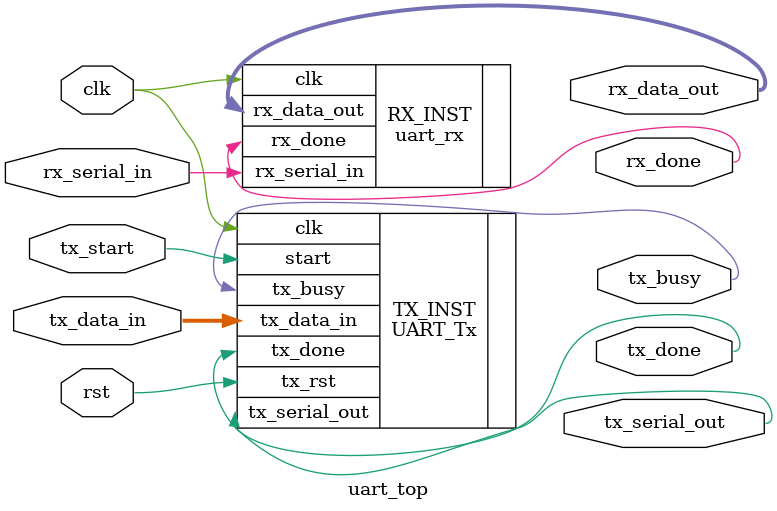
<source format=v>
`timescale 1ns / 1ps



module uart_top 
  #(parameter CLKS_PER_BIT = 5208)
  (
   // System Signals
   input        clk,
   input        rst,          // Master Reset (Applied to Tx)

   // Transmitter Interface
   input        tx_start,
   input [7:0]  tx_data_in,
   output       tx_serial_out,
   output       tx_busy,
   output       tx_done,

   // Receiver Interface
   input        rx_serial_in,
   output       rx_done,
   output [7:0] rx_data_out
   );

  // Instantiate Transmitter
  UART_Tx #(.CLKS_PER_BIT(CLKS_PER_BIT)) TX_INST (
    .clk(clk),
    .tx_rst(rst),
    .start(tx_start),
    .tx_data_in(tx_data_in),
    .tx_serial_out(tx_serial_out), 
    .tx_busy(tx_busy),
    .tx_done(tx_done)
  );

  // Instantiate Receiver
  // Note: Rx samples at 16x oversampling, so tick calc is internal
  uart_rx #(.CLKS_PER_TICK(CLKS_PER_BIT/16)) RX_INST (
    .clk(clk),
    .rx_serial_in(rx_serial_in),  
    .rx_done(rx_done),
    .rx_data_out(rx_data_out)
  );

endmodule
</source>
